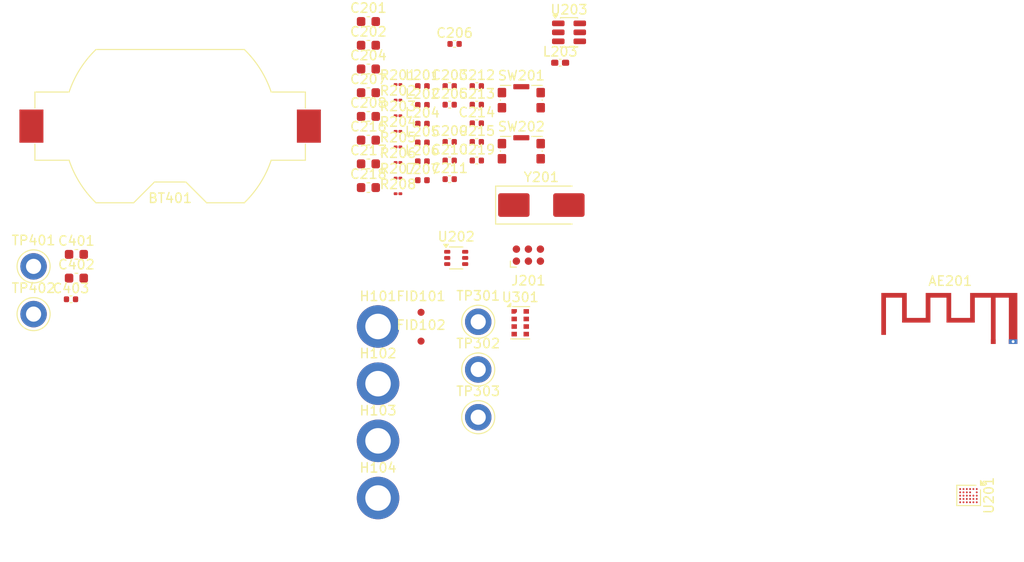
<source format=kicad_pcb>
(kicad_pcb (version 20241229) (generator "pcbnew") (generator_version "9.0")
  (layers (0 "F.Cu" signal) (2 "B.Cu" signal) (13 "F.Paste" user) (15 "B.Paste" user) (5 "F.SilkS" user "F.Silkscreen") (7 "B.SilkS" user "B.Silkscreen") (1 "F.Mask" user) (3 "B.Mask" user) (25 "Edge.Cuts" user))
  (net 0 "")
  (net 1 "/Microcontroller/RF")
  (net 2 "VDD")
  (net 3 "GND")
  (net 4 "VDD_RFL")
  (net 5 "/Microcontroller/BTN1")
  (net 6 "/Microcontroller/BTN2")
  (net 7 "Net-(U201-CFLYL)")
  (net 8 "Net-(U201-CFLYH)")
  (net 9 "/Microcontroller/DECD")
  (net 10 "Net-(U201-DECRF)")
  (net 11 "Net-(C212-Pad1)")
  (net 12 "Net-(C214-Pad1)")
  (net 13 "VDD_PPH")
  (net 14 "/Microcontroller/DECB")
  (net 15 "/Microcontroller/SWCLK")
  (net 16 "/Microcontroller/NRST")
  (net 17 "/Microcontroller/SWO")
  (net 18 "/Microcontroller/SWDIO")
  (net 19 "/Microcontroller/DECA")
  (net 20 "/Microcontroller/DCC")
  (net 21 "/Microcontroller/ANT")
  (net 22 "Net-(R201-Pad2)")
  (net 23 "TWI_SCL")
  (net 24 "Net-(R204-Pad2)")
  (net 25 "TWI_SDA")
  (net 26 "AS73_INT")
  (net 27 "/Microcontroller/PPH_EN")
  (net 28 "Net-(U201-XC2)")
  (net 29 "/Microcontroller/SPIM_CS")
  (net 30 "/Microcontroller/SPIM_MISO")
  (net 31 "/Microcontroller/SPIM_MOSI")
  (net 32 "Net-(U201-XC1)")
  (net 34 "/Microcontroller/SPIM_SCK")
  (footprint "Capacitor_SMD:C_0402_1005Metric" (layer "F.Cu") (at 23.91 49.02)
    (property "Reference" "C403" (at 0 -1.16 0) (layer "F.SilkS"))
    (property "Value" "100nF 25V")
    (fp_line (start -0.107836 -0.36) (end 0.107836 -0.36) (stroke (width 0.12)) (layer "F.SilkS"))
    (fp_line (start -0.107836 0.36) (end 0.107836 0.36) (stroke (width 0.12)) (layer "F.SilkS"))
    (pad "1" smd roundrect (at -0.48 0) (size 0.56 0.62) (layers "F.Cu" "F.Mask" "F.Paste") (net 2 "VDD"))
    (pad "2" smd roundrect (at 0.48 0) (size 0.56 0.62) (layers "F.Cu" "F.Mask" "F.Paste") (net 3 "GND"))
  )
  (footprint "Inductor_SMD:L_0402_1005Metric" (layer "F.Cu") (at 61.09 26.47)
    (property "Reference" "L201" (at 0 -1.17 0) (layer "F.SilkS"))
    (property "Value" "L_Ferrite")
    (pad "1" smd roundrect (at -0.485 0) (size 0.59 0.64) (layers "F.Cu" "F.Mask" "F.Paste") (net 2 "VDD"))
    (pad "2" smd roundrect (at 0.485 0) (size 0.59 0.64) (layers "F.Cu" "F.Mask" "F.Paste") (net 4 "VDD_RFL"))
  )
  (footprint "Resistor_SMD:R_01005_0402Metric" (layer "F.Cu") (at 58.51 27.95)
    (property "Reference" "R202" (at 0 -1 0) (layer "F.SilkS"))
    (property "Value" "10R")
    (pad "1" smd roundrect (at -0.25 0) (size 0.4 0.3) (layers "F.Cu" "F.Mask") (net 22 "Net-(R201-Pad2)"))
    (pad "2" smd roundrect (at 0.25 0) (size 0.4 0.3) (layers "F.Cu" "F.Mask") (net 5 "/Microcontroller/BTN1"))
  )
  (footprint "Capacitor_SMD:C_0603_1608Metric" (layer "F.Cu") (at 55.38 32.18)
    (property "Reference" "C216" (at 0 -1.43 0) (layer "F.SilkS"))
    (property "Value" "10uF 25V")
    (fp_line (start -0.14058 -0.51) (end 0.14058 -0.51) (stroke (width 0.12)) (layer "F.SilkS"))
    (fp_line (start -0.14058 0.51) (end 0.14058 0.51) (stroke (width 0.12)) (layer "F.SilkS"))
    (pad "1" smd roundrect (at -0.775 0) (size 0.9 0.95) (layers "F.Cu" "F.Mask" "F.Paste") (net 13 "VDD_PPH"))
    (pad "2" smd roundrect (at 0.775 0) (size 0.9 0.95) (layers "F.Cu" "F.Mask" "F.Paste") (net 3 "GND"))
  )
  (footprint "Capacitor_SMD:C_0402_1005Metric" (layer "F.Cu") (at 66.85 34.34)
    (property "Reference" "C219" (at 0 -1.16 0) (layer "F.SilkS"))
    (property "Value" "100nF 25V")
    (fp_line (start -0.107836 -0.36) (end 0.107836 -0.36) (stroke (width 0.12)) (layer "F.SilkS"))
    (fp_line (start -0.107836 0.36) (end 0.107836 0.36) (stroke (width 0.12)) (layer "F.SilkS"))
    (pad "1" smd roundrect (at -0.48 0) (size 0.56 0.62) (layers "F.Cu" "F.Mask" "F.Paste") (net 14 "/Microcontroller/DECB"))
    (pad "2" smd roundrect (at 0.48 0) (size 0.56 0.62) (layers "F.Cu" "F.Mask" "F.Paste") (net 3 "GND"))
  )
  (footprint "Inductor_SMD:L_0402_1005Metric" (layer "F.Cu") (at 61.09 32.44)
    (property "Reference" "L205" (at 0 -1.17 0) (layer "F.SilkS"))
    (property "Value" "L_Ferrite")
    (pad "1" smd roundrect (at -0.485 0) (size 0.59 0.64) (layers "F.Cu" "F.Mask" "F.Paste") (net 10 "Net-(U201-DECRF)"))
    (pad "2" smd roundrect (at 0.485 0) (size 0.59 0.64) (layers "F.Cu" "F.Mask" "F.Paste") (net 9 "/Microcontroller/DECD"))
  )
  (footprint "Capacitor_SMD:C_0603_1608Metric" (layer "F.Cu") (at 55.38 37.2)
    (property "Reference" "C218" (at 0 -1.43 0) (layer "F.SilkS"))
    (property "Value" "10uF 25V")
    (fp_line (start -0.14058 -0.51) (end 0.14058 -0.51) (stroke (width 0.12)) (layer "F.SilkS"))
    (fp_line (start -0.14058 0.51) (end 0.14058 0.51) (stroke (width 0.12)) (layer "F.SilkS"))
    (pad "1" smd roundrect (at -0.775 0) (size 0.9 0.95) (layers "F.Cu" "F.Mask" "F.Paste") (net 14 "/Microcontroller/DECB"))
    (pad "2" smd roundrect (at 0.775 0) (size 0.9 0.95) (layers "F.Cu" "F.Mask" "F.Paste") (net 3 "GND"))
  )
  (footprint "MountingHole:MountingHole_2.7mm_M2.5_ISO14580_Pad_TopBottom" (layer "F.Cu") (at 56.4 51.9)
    (property "Reference" "H101" (at 0 -3.2 0) (layer "F.SilkS"))
    (property "Value" "MountingHole_Pad")
    (pad "1" thru_hole circle (at 0 0) (size 3.1 3.1) (drill 2.7) (layers "*.Cu" "*.Mask") (net 3 "GND"))
    (pad "1" connect circle (at 0 0) (size 4.5 4.5) (layers "F.Cu" "F.Mask") (net 3 "GND"))
    (pad "1" connect circle (at 0 0) (size 4.5 4.5) (layers "B.Cu" "B.Mask") (net 3 "GND"))
  )
  (footprint "Resistor_SMD:R_01005_0402Metric" (layer "F.Cu") (at 58.51 26.3)
    (property "Reference" "R201" (at 0 -1 0) (layer "F.SilkS"))
    (property "Value" "100k")
    (pad "1" smd roundrect (at -0.25 0) (size 0.4 0.3) (layers "F.Cu" "F.Mask") (net 2 "VDD"))
    (pad "2" smd roundrect (at 0.25 0) (size 0.4 0.3) (layers "F.Cu" "F.Mask") (net 22 "Net-(R201-Pad2)"))
  )
  (footprint "Package_LGA:AMS_OLGA-8_2x3.1mm_P0.8mm" (layer "F.Cu") (at 71.445 51.505)
    (property "Reference" "U301" (at 0 -2.7 0) (layer "F.SilkS"))
    (property "Value" "AS7341DLG")
    (fp_line (start -1 1.71) (end 1 1.71) (stroke (width 0.12)) (layer "F.SilkS"))
    (fp_line (start -0.8 -1.71) (end 1 -1.71) (stroke (width 0.12)) (layer "F.SilkS"))
    (fp_poly (pts (xy -1 -1.71) (xy -1.36 -1.71) (xy -1 -2.07) (xy -1 -1.71)) (stroke (width 0.12)) (fill yes) (layer "F.SilkS"))
    (pad "1" smd roundrect (at -0.638 -1.2) (size 0.575 0.488) (layers "F.Cu" "F.Mask" "F.Paste") (roundrect_rratio 0) (chamfer_ratio 0.3625) (chamfer bottom_right) (net 13 "VDD_PPH"))
    (pad "2" smd rect (at -0.638 -0.4) (size 0.575 0.488) (layers "F.Cu" "F.Mask" "F.Paste") (net 23 "TWI_SCL"))
    (pad "3" smd rect (at -0.638 0.4) (size 0.575 0.488) (layers "F.Cu" "F.Mask" "F.Paste") (net 3 "GND"))
    (pad "4" smd rect (at -0.638 1.2) (size 0.575 0.488) (layers "F.Cu" "F.Mask" "F.Paste"))
    (pad "5" smd rect (at 0.638 1.2) (size 0.575 0.488) (layers "F.Cu" "F.Mask" "F.Paste") (net 3 "GND"))
    (pad "6" smd rect (at 0.638 0.4) (size 0.575 0.488) (layers "F.Cu" "F.Mask" "F.Paste"))
    (pad "7" smd rect (at 0.638 -0.4) (size 0.575 0.488) (layers "F.Cu" "F.Mask" "F.Paste") (net 26 "AS73_INT"))
    (pad "8" smd rect (at 0.638 -1.2) (size 0.575 0.488) (layers "F.Cu" "F.Mask" "F.Paste") (net 25 "TWI_SDA"))
  )
  (footprint "Capacitor_SMD:C_0402_1005Metric" (layer "F.Cu") (at 63.98 26.46)
    (property "Reference" "C203" (at 0 -1.16 0) (layer "F.SilkS"))
    (property "Value" "100nF 50V")
    (fp_line (start -0.107836 -0.36) (end 0.107836 -0.36) (stroke (width 0.12)) (layer "F.SilkS"))
    (fp_line (start -0.107836 0.36) (end 0.107836 0.36) (stroke (width 0.12)) (layer "F.SilkS"))
    (pad "1" smd roundrect (at -0.48 0) (size 0.56 0.62) (layers "F.Cu" "F.Mask" "F.Paste") (net 5 "/Microcontroller/BTN1"))
    (pad "2" smd roundrect (at 0.48 0) (size 0.56 0.62) (layers "F.Cu" "F.Mask" "F.Paste") (net 3 "GND"))
  )
  (footprint "Capacitor_SMD:C_0402_1005Metric" (layer "F.Cu") (at 66.85 32.37)
    (property "Reference" "C215" (at 0 -1.16 0) (layer "F.SilkS"))
    (property "Value" "2.2uF 25V")
    (fp_line (start -0.107836 -0.36) (end 0.107836 -0.36) (stroke (width 0.12)) (layer "F.SilkS"))
    (fp_line (start -0.107836 0.36) (end 0.107836 0.36) (stroke (width 0.12)) (layer "F.SilkS"))
    (pad "1" smd roundrect (at -0.48 0) (size 0.56 0.62) (layers "F.Cu" "F.Mask" "F.Paste") (net 9 "/Microcontroller/DECD"))
    (pad "2" smd roundrect (at 0.48 0) (size 0.56 0.62) (layers "F.Cu" "F.Mask" "F.Paste") (net 3 "GND"))
  )
  (footprint "Package_TO_SOT_SMD:SOT-363_SC-70-6" (layer "F.Cu") (at 64.67 44.645)
    (property "Reference" "U202" (at 0 -2.25 0) (layer "F.SilkS"))
    (property "Value" "SiP32431DR3")
    (fp_line (start -0.71 -1.16) (end 0.7 -1.16) (stroke (width 0.12)) (layer "F.SilkS"))
    (fp_line (start -0.7 1.16) (end 0.7 1.16) (stroke (width 0.12)) (layer "F.SilkS"))
    (fp_poly (pts (xy -1.08 -1.11) (xy -1.32 -1.44) (xy -0.84 -1.44) (xy -1.08 -1.11)) (stroke (width 0.12)) (fill yes) (layer "F.SilkS"))
    (pad "1" smd roundrect (at -0.95 -0.65) (size 0.65 0.4) (layers "F.Cu" "F.Mask" "F.Paste") (net 13 "VDD_PPH"))
    (pad "2" smd roundrect (at -0.95 0) (size 0.65 0.4) (layers "F.Cu" "F.Mask" "F.Paste") (net 3 "GND"))
    (pad "3" smd roundrect (at -0.95 0.65) (size 0.65 0.4) (layers "F.Cu" "F.Mask" "F.Paste") (net 27 "/Microcontroller/PPH_EN"))
    (pad "4" smd roundrect (at 0.95 0.65) (size 0.65 0.4) (layers "F.Cu" "F.Mask" "F.Paste") (net 2 "VDD"))
    (pad "5" smd roundrect (at 0.95 0) (size 0.65 0.4) (layers "F.Cu" "F.Mask" "F.Paste") (net 3 "GND"))
    (pad "6" smd roundrect (at 0.95 -0.65) (size 0.65 0.4) (layers "F.Cu" "F.Mask" "F.Paste"))
  )
  (footprint "Resistor_SMD:R_01005_0402Metric" (layer "F.Cu") (at 58.51 32.9)
    (property "Reference" "R205" (at 0 -1 0) (layer "F.SilkS"))
    (property "Value" "4.7k 1/16W")
    (pad "1" smd roundrect (at -0.25 0) (size 0.4 0.3) (layers "F.Cu" "F.Mask") (net 13 "VDD_PPH"))
    (pad "2" smd roundrect (at 0.25 0) (size 0.4 0.3) (layers "F.Cu" "F.Mask") (net 25 "TWI_SDA"))
  )
  (footprint "Inductor_SMD:L_0402_1005Metric_Pad0.77x0.64mm_HandSolder" (layer "F.Cu") (at 75.67 23.99)
    (property "Reference" "L203" (at 0 -1.17 0) (layer "F.SilkS"))
    (property "Value" "4.7uH")
    (fp_line (start -0.1002 -0.36) (end 0.1002 -0.36) (stroke (width 0.12)) (layer "F.SilkS"))
    (fp_line (start -0.1002 0.36) (end 0.1002 0.36) (stroke (width 0.12)) (layer "F.SilkS"))
    (pad "1" smd roundrect (at -0.5725 0) (size 0.765 0.64) (layers "F.Cu" "F.Mask" "F.Paste") (net 20 "/Microcontroller/DCC"))
    (pad "2" smd roundrect (at 0.5725 0) (size 0.765 0.64) (layers "F.Cu" "F.Mask" "F.Paste") (net 9 "/Microcontroller/DECD"))
  )
  (footprint "Capacitor_SMD:C_0402_1005Metric" (layer "F.Cu") (at 66.85 26.46)
    (property "Reference" "C212" (at 0 -1.16 0) (layer "F.SilkS"))
    (property "Value" "1.2pF 25V")
    (fp_line (start -0.107836 -0.36) (end 0.107836 -0.36) (stroke (width 0.12)) (layer "F.SilkS"))
    (fp_line (start -0.107836 0.36) (end 0.107836 0.36) (stroke (width 0.12)) (layer "F.SilkS"))
    (pad "1" smd roundrect (at -0.48 0) (size 0.56 0.62) (layers "F.Cu" "F.Mask" "F.Paste") (net 11 "Net-(C212-Pad1)"))
    (pad "2" smd roundrect (at 0.48 0) (size 0.56 0.62) (layers "F.Cu" "F.Mask" "F.Paste") (net 3 "GND"))
  )
  (footprint "MountingHole:MountingHole_2.7mm_M2.5_ISO14580_Pad_TopBottom" (layer "F.Cu") (at 56.4 57.95)
    (property "Reference" "H102" (at 0 -3.2 0) (layer "F.SilkS"))
    (property "Value" "MountingHole_Pad")
    (pad "1" thru_hole circle (at 0 0) (size 3.1 3.1) (drill 2.7) (layers "*.Cu" "*.Mask") (net 3 "GND"))
    (pad "1" connect circle (at 0 0) (size 4.5 4.5) (layers "F.Cu" "F.Mask") (net 3 "GND"))
    (pad "1" connect circle (at 0 0) (size 4.5 4.5) (layers "B.Cu" "B.Mask") (net 3 "GND"))
  )
  (footprint "Crystal:Crystal_SMD_0603-2Pin_6.0x3.5mm_HandSoldering" (layer "F.Cu") (at 73.68 39.05)
    (property "Reference" "Y201" (at 0 -2.95 0) (layer "F.SilkS"))
    (property "Value" "Crystal")
    (fp_line (start -4.835 -2.01) (end -4.835 2.01) (stroke (width 0.12)) (layer "F.SilkS"))
    (fp_line (start -4.835 2.01) (end 3.26 2.01) (stroke (width 0.12)) (layer "F.SilkS"))
    (fp_line (start 3.26 -2.01) (end -4.835 -2.01) (stroke (width 0.12)) (layer "F.SilkS"))
    (pad "1" smd roundrect (at -2.9125 0) (size 3.325 2.5) (layers "F.Cu" "F.Mask" "F.Paste") (roundrect_rratio 0.1) (net 28 "Net-(U201-XC2)"))
    (pad "2" smd roundrect (at 2.9125 0) (size 3.325 2.5) (layers "F.Cu" "F.Mask" "F.Paste") (roundrect_rratio 0.1) (net 32 "Net-(U201-XC1)"))
  )
  (footprint "Button_Switch_SMD:SW_SPST_CK_KMS2xxGP" (layer "F.Cu") (at 71.56 33.35)
    (property "Reference" "SW202" (at 0 -2.6 0) (layer "F.SilkS"))
    (property "Value" "CK_KMS2xxG")
    (fp_line (start -2.21 -1.56) (end -1.11 -1.56) (stroke (width 0.12)) (layer "F.SilkS"))
    (fp_line (start -2.21 -0.04) (end -2.21 0.04) (stroke (width 0.12)) (layer "F.SilkS"))
    (fp_line (start 1.11 -1.56) (end 2.21 -1.56) (stroke (width 0.12)) (layer "F.SilkS"))
    (fp_line (start 2.21 -0.04) (end 2.21 0.04) (stroke (width 0.12)) (layer "F.SilkS"))
    (pad "" np_thru_hole circle (at -0.975 0.75) (size 0.9 0.9) (drill 0.9) (layers "*.Cu" "*.Mask"))
    (pad "" np_thru_hole circle (at 0.975 0.75) (size 0.9 0.9) (drill 0.9) (layers "*.Cu" "*.Mask"))
    (pad "1" smd roundrect (at -2.05 -0.8) (size 0.9 1) (layers "F.Cu" "F.Mask" "F.Paste") (roundrect_rratio 0.15) (net 24 "Net-(R204-Pad2)"))
    (pad "1" smd roundrect (at 2.05 -0.8) (size 0.9 1) (layers "F.Cu" "F.Mask" "F.Paste") (roundrect_rratio 0.15) (net 24 "Net-(R204-Pad2)"))
    (pad "2" smd roundrect (at -2.05 0.8) (size 0.9 1) (layers "F.Cu" "F.Mask" "F.Paste") (roundrect_rratio 0.15) (net 3 "GND"))
    (pad "2" smd roundrect (at 2.05 0.8) (size 0.9 1) (layers "F.Cu" "F.Mask" "F.Paste") (roundrect_rratio 0.15) (net 3 "GND"))
    (pad "SH" smd roundrect (at 0 -1.425) (size 1.7 0.55) (layers "F.Cu" "F.Mask" "F.Paste") (roundrect_rratio 0.15) (net 3 "GND"))
  )
  (footprint "Capacitor_SMD:C_0402_1005Metric" (layer "F.Cu") (at 66.85 30.4)
    (property "Reference" "C214" (at 0 -1.16 0) (layer "F.SilkS"))
    (property "Value" "0.8pF 25V")
    (fp_line (start -0.107836 -0.36) (end 0.107836 -0.36) (stroke (width 0.12)) (layer "F.SilkS"))
    (fp_line (start -0.107836 0.36) (end 0.107836 0.36) (stroke (width 0.12)) (layer "F.SilkS"))
    (pad "1" smd roundrect (at -0.48 0) (size 0.56 0.62) (layers "F.Cu" "F.Mask" "F.Paste") (net 12 "Net-(C214-Pad1)"))
    (pad "2" smd roundrect (at 0.48 0) (size 0.56 0.62) (layers "F.Cu" "F.Mask" "F.Paste") (net 3 "GND"))
  )
  (footprint "Capacitor_SMD:C_0603_1608Metric" (layer "F.Cu") (at 55.38 22.14)
    (property "Reference" "C202" (at 0 -1.43 0) (layer "F.SilkS"))
    (property "Value" "1uF 25V")
    (fp_line (start -0.14058 -0.51) (end 0.14058 -0.51) (stroke (width 0.12)) (layer "F.SilkS"))
    (fp_line (start -0.14058 0.51) (end 0.14058 0.51) (stroke (width 0.12)) (layer "F.SilkS"))
    (pad "1" smd roundrect (at -0.775 0) (size 0.9 0.95) (layers "F.Cu" "F.Mask" "F.Paste") (net 4 "VDD_RFL"))
    (pad "2" smd roundrect (at 0.775 0) (size 0.9 0.95) (layers "F.Cu" "F.Mask" "F.Paste") (net 3 "GND"))
  )
  (footprint "MountingHole:MountingHole_2.7mm_M2.5_ISO14580_Pad_TopBottom" (layer "F.Cu") (at 56.4 64)
    (property "Reference" "H103" (at 0 -3.2 0) (layer "F.SilkS"))
    (property "Value" "MountingHole_Pad")
    (pad "1" thru_hole circle (at 0 0) (size 3.1 3.1) (drill 2.7) (layers "*.Cu" "*.Mask") (net 3 "GND"))
    (pad "1" connect circle (at 0 0) (size 4.5 4.5) (layers "F.Cu" "F.Mask") (net 3 "GND"))
    (pad "1" connect circle (at 0 0) (size 4.5 4.5) (layers "B.Cu" "B.Mask") (net 3 "GND"))
  )
  (footprint "Capacitor_SMD:C_0603_1608Metric" (layer "F.Cu") (at 55.38 24.65)
    (property "Reference" "C204" (at 0 -1.43 0) (layer "F.SilkS"))
    (property "Value" "10uF 25V")
    (fp_line (start -0.14058 -0.51) (end 0.14058 -0.51) (stroke (width 0.12)) (layer "F.SilkS"))
    (fp_line (start -0.14058 0.51) (end 0.14058 0.51) (stroke (width 0.12)) (layer "F.SilkS"))
    (pad "1" smd roundrect (at -0.775 0) (size 0.9 0.95) (layers "F.Cu" "F.Mask" "F.Paste") (net 4 "VDD_RFL"))
    (pad "2" smd roundrect (at 0.775 0) (size 0.9 0.95) (layers "F.Cu" "F.Mask" "F.Paste") (net 3 "GND"))
  )
  (footprint "Connector:Tag-Connect_TC2030-IDC-NL_2x03_P1.27mm_Vertical" (layer "F.Cu") (at 72.31 44.35)
    (property "Reference" "J201" (at 0 2.7 0) (layer "F.SilkS"))
    (property "Value" "TC2030")
    (fp_line (start -1.905 1.27) (end -1.905 0.635) (stroke (width 0.12)) (layer "F.SilkS"))
    (fp_line (start -1.27 1.27) (end -1.905 1.27) (stroke (width 0.12)) (layer "F.SilkS"))
    (pad "" np_thru_hole circle (at -2.54 0) (size 0.9906 0.9906) (drill 0.9906) (layers "*.Cu" "*.Mask"))
    (pad "" np_thru_hole circle (at 2.54 -1.016) (size 0.9906 0.9906) (drill 0.9906) (layers "*.Cu" "*.Mask"))
    (pad "" np_thru_hole circle (at 2.54 1.016) (size 0.9906 0.9906) (drill 0.9906) (layers "*.Cu" "*.Mask"))
    (pad "1" connect circle (at -1.27 0.635) (size 0.7874 0.7874) (layers "F.Cu" "F.Mask") (net 2 "VDD"))
    (pad "2" connect circle (at -1.27 -0.635) (size 0.7874 0.7874) (layers "F.Cu" "F.Mask") (net 18 "/Microcontroller/SWDIO"))
    (pad "3" connect circle (at 0 0.635) (size 0.7874 0.7874) (layers "F.Cu" "F.Mask") (net 16 "/Microcontroller/NRST"))
    (pad "4" connect circle (at 0 -0.635) (size 0.7874 0.7874) (layers "F.Cu" "F.Mask") (net 15 "/Microcontroller/SWCLK"))
    (pad "5" connect circle (at 1.27 0.635) (size 0.7874 0.7874) (layers "F.Cu" "F.Mask") (net 3 "GND"))
    (pad "6" connect circle (at 1.27 -0.635) (size 0.7874 0.7874) (layers "F.Cu" "F.Mask") (net 17 "/Microcontroller/SWO"))
  )
  (footprint "Capacitor_SMD:C_0402_1005Metric" (layer "F.Cu") (at 66.85 28.43)
    (property "Reference" "C213" (at 0 -1.16 0) (layer "F.SilkS"))
    (property "Value" "2.2uF 25V")
    (fp_line (start -0.107836 -0.36) (end 0.107836 -0.36) (stroke (width 0.12)) (layer "F.SilkS"))
    (fp_line (start -0.107836 0.36) (end 0.107836 0.36) (stroke (width 0.12)) (layer "F.SilkS"))
    (pad "1" smd roundrect (at -0.48 0) (size 0.56 0.62) (layers "F.Cu" "F.Mask" "F.Paste") (net 9 "/Microcontroller/DECD"))
    (pad "2" smd roundrect (at 0.48 0) (size 0.56 0.62) (layers "F.Cu" "F.Mask" "F.Paste") (net 3 "GND"))
  )
  (footprint "PCM_nordic-lib-kicad-nrf54l:Nordic_CSP-29_1.9268x2.2893mm_Layout5x6_P0.35mm_Offcenter" (layer "F.Cu") (at 118.8935 69.7765 -90)
    (property "Reference" "U201" (at 0 -2.14465 90) (layer "F.SilkS"))
    (property "Value" "nRF54LV10A-CAAA")
    (fp_line (start -1.0734 1.25465) (end -1.0734 -0.77295) (stroke (width 0.12)) (layer "F.SilkS"))
    (fp_line (start 1.0734 1.25465) (end -1.0734 1.25465) (stroke (width 0.12)) (layer "F.SilkS"))
    (fp_line (start -0.5917 -1.25465) (end 1.0734 -1.25465) (stroke (width 0.12)) (layer "F.SilkS"))
    (fp_line (start 1.0734 -1.25465) (end 1.0734 1.25465) (stroke (width 0.12)) (layer "F.SilkS"))
    (fp_poly (pts (xy -1.0734 -1.25465) (xy -1.5734 -1.25465) (xy -1.0734 -1.75465)) (stroke (width 0.12)) (fill yes) (layer "F.SilkS"))
    (pad "A1" smd circle (at -0.6765 -0.8565 270) (size 0.2 0.2) (property pad_prop_bga) (layers "F.Cu" "F.Mask" "F.Paste") (net 10 "Net-(U201-DECRF)"))
    (pad "A2" smd circle (at -0.3265 -0.8565 270) (size 0.2 0.2) (property pad_prop_bga) (layers "F.Cu" "F.Mask" "F.Paste") (net 32 "Net-(U201-XC1)"))
    (pad "A3" smd circle (at 0.0235 -0.8565 270) (size 0.2 0.2) (property pad_prop_bga) (layers "F.Cu" "F.Mask" "F.Paste") (net 28 "Net-(U201-XC2)"))
    (pad "A4" smd circle (at 0.3735 -0.8565 270) (size 0.2 0.2) (property pad_prop_bga) (layers "F.Cu" "F.Mask" "F.Paste") (net 34 "/Microcontroller/SPIM_SCK"))
    (pad "A5" smd circle (at 0.7235 -0.8565 270) (size 0.2 0.2) (property pad_prop_bga) (layers "F.Cu" "F.Mask" "F.Paste") (net 26 "AS73_INT"))
    (pad "B1" smd circle (at -0.6765 -0.5065 270) (size 0.2 0.2) (property pad_prop_bga) (layers "F.Cu" "F.Mask" "F.Paste") (net 21 "/Microcontroller/ANT"))
    (pad "B3" smd circle (at 0.0235 -0.5065 270) (size 0.2 0.2) (property pad_prop_bga) (layers "F.Cu" "F.Mask" "F.Paste") (net 29 "/Microcontroller/SPIM_CS"))
    (pad "B4" smd circle (at 0.3735 -0.5065 270) (size 0.2 0.2) (property pad_prop_bga) (layers "F.Cu" "F.Mask" "F.Paste") (net 31 "/Microcontroller/SPIM_MOSI"))
    (pad "B5" smd circle (at 0.7235 -0.5065 270) (size 0.2 0.2) (property pad_prop_bga) (layers "F.Cu" "F.Mask" "F.Paste") (net 30 "/Microcontroller/SPIM_MISO"))
    (pad "C1" smd circle (at -0.6765 -0.1565 270) (size 0.2 0.2) (property pad_prop_bga) (layers "F.Cu" "F.Mask" "F.Paste") (net 3 "GND"))
    (pad "C2" smd circle (at -0.3265 -0.1565 270) (size 0.2 0.2) (property pad_prop_bga) (layers "F.Cu" "F.Mask" "F.Paste") (net 16 "/Microcontroller/NRST"))
    (pad "C3" smd circle (at 0.0235 -0.1565 270) (size 0.2 0.2) (property pad_prop_bga) (layers "F.Cu" "F.Mask" "F.Paste") (net 5 "/Microcontroller/BTN1"))
    (pad "C4" smd circle (at 0.3735 -0.1565 270) (size 0.2 0.2) (property pad_prop_bga) (layers "F.Cu" "F.Mask" "F.Paste") (net 6 "/Microcontroller/BTN2"))
    (pad "C5" smd circle (at 0.7235 -0.1565 270) (size 0.2 0.2) (property pad_prop_bga) (layers "F.Cu" "F.Mask" "F.Paste"))
    (pad "D1" smd circle (at -0.6765 0.1935 270) (size 0.2 0.2) (property pad_prop_bga) (layers "F.Cu" "F.Mask" "F.Paste") (net 3 "GND"))
    (pad "D2" smd circle (at -0.3265 0.1935 270) (size 0.2 0.2) (property pad_prop_bga) (layers "F.Cu" "F.Mask" "F.Paste") (net 15 "/Microcontroller/SWCLK"))
    (pad "D3" smd circle (at 0.0235 0.1935 270) (size 0.2 0.2) (property pad_prop_bga) (layers "F.Cu" "F.Mask" "F.Paste") (net 27 "/Microcontroller/PPH_EN"))
    (pad "D4" smd circle (at 0.3735 0.1935 270) (size 0.2 0.2) (property pad_prop_bga) (layers "F.Cu" "F.Mask" "F.Paste") (net 17 "/Microcontroller/SWO"))
    (pad "D5" smd circle (at 0.7235 0.1935 270) (size 0.2 0.2) (property pad_prop_bga) (layers "F.Cu" "F.Mask" "F.Paste") (net 19 "/Microcontroller/DECA"))
    (pad "E1" smd circle (at -0.6765 0.5435 270) (size 0.2 0.2) (property pad_prop_bga) (layers "F.Cu" "F.Mask" "F.Paste") (net 14 "/Microcontroller/DECB"))
    (pad "E2" smd circle (at -0.3265 0.5435 270) (size 0.2 0.2) (property pad_prop_bga) (layers "F.Cu" "F.Mask" "F.Paste") (net 18 "/Microcontroller/SWDIO"))
    (pad "E3" smd circle (at 0.0235 0.5435 270) (size 0.2 0.2) (property pad_prop_bga) (layers "F.Cu" "F.Mask" "F.Paste") (net 25 "TWI_SDA"))
    (pad "E4" smd circle (at 0.3735 0.5435 270) (size 0.2 0.2) (property pad_prop_bga) (layers "F.Cu" "F.Mask" "F.Paste") (net 23 "TWI_SCL"))
    (pad "E5" smd circle (at 0.7235 0.5435 270) (size 0.2 0.2) (property pad_prop_bga) (layers "F.Cu" "F.Mask" "F.Paste") (net 9 "/Microcontroller/DECD"))
    (pad "F1" smd circle (at -0.6765 0.8935 270) (size 0.2 0.2) (property pad_prop_bga) (layers "F.Cu" "F.Mask" "F.Paste") (net 8 "Net-(U201-CFLYH)"))
    (pad "F2" smd circle (at -0.3265 0.8935 270) (size 0.2 0.2) (property pad_prop_bga) (layers "F.Cu" "F.Mask" "F.Paste") (net 7 "Net-(U201-CFLYL)"))
    (pad "F3" smd circle (at 0.0235 0.8935 270) (size 0.2 0.2) (property pad_prop_bga) (layers "F.Cu" "F.Mask" "F.Paste") (net 4 "VDD_RFL"))
    (pad "F4" smd circle (at 0.3735 0.8935 270) (size 0.2 0.2) (property pad_prop_bga) (layers "F.Cu" "F.Mask" "F.Paste") (net 3 "GND"))
    (pad "F5" smd circle (at 0.7235 0.8935 270) (size 0.2 0.2) (property pad_prop_bga) (layers "F.Cu" "F.Mask" "F.Paste") (net 20 "/Microcontroller/DCC"))
  )
  (footprint "Capacitor_SMD:C_0603_1608Metric" (layer "F.Cu") (at 24.48 44.27)
    (property "Reference" "C401" (at 0 -1.43 0) (layer "F.SilkS"))
    (property "Value" "10uF 25V")
    (fp_line (start -0.14058 -0.51) (end 0.14058 -0.51) (stroke (width 0.12)) (layer "F.SilkS"))
    (fp_line (start -0.14058 0.51) (end 0.14058 0.51) (stroke (width 0.12)) (layer "F.SilkS"))
    (pad "1" smd roundrect (at -0.775 0) (size 0.9 0.95) (layers "F.Cu" "F.Mask" "F.Paste") (net 2 "VDD"))
    (pad "2" smd roundrect (at 0.775 0) (size 0.9 0.95) (layers "F.Cu" "F.Mask" "F.Paste") (net 3 "GND"))
  )
  (footprint "Resistor_SMD:R_01005_0402Metric" (layer "F.Cu") (at 58.51 29.6)
    (property "Reference" "R203" (at 0 -1 0) (layer "F.SilkS"))
    (property "Value" "4.7k 1/16W")
    (pad "1" smd roundrect (at -0.25 0) (size 0.4 0.3) (layers "F.Cu" "F.Mask") (net 13 "VDD_PPH"))
    (pad "2" smd roundrect (at 0.25 0) (size 0.4 0.3) (layers "F.Cu" "F.Mask") (net 23 "TWI_SCL"))
  )
  (footprint "TestPoint:TestPoint_Keystone_5005-5009_Compact" (layer "F.Cu") (at 19.95 50.59)
    (property "Reference" "TP402" (at 0 -2.75 0) (layer "F.SilkS"))
    (property "Value" "TestPoint")
    (fp_circle (center 0 0) (end 1.75 0) (stroke (width 0.12)) (fill no) (layer "F.SilkS"))
    (pad "1" thru_hole circle (at 0 0) (size 2.8 2.8) (drill 1.6) (layers "*.Cu" "*.Mask") (net 3 "GND"))
  )
  (footprint "Fiducial:Fiducial_0.75mm_Mask1.5mm" (layer "F.Cu") (at 60.95 50.4)
    (property "Reference" "FID101" (at 0 -1.7 0) (layer "F.SilkS"))
    (property "Value" "Fiducial")
    (pad "" smd circle (at 0 0) (size 0.75 0.75) (layers "F.Cu" "F.Mask") (clearance 0.475))
  )
  (footprint "Fiducial:Fiducial_0.75mm_Mask1.5mm" (layer "F.Cu") (at 60.95 53.45)
    (property "Reference" "FID102" (at 0 -1.7 0) (layer "F.SilkS"))
    (property "Value" "Fiducial")
    (pad "" smd circle (at 0 0) (size 0.75 0.75) (layers "F.Cu" "F.Mask") (clearance 0.475))
  )
  (footprint "Capacitor_SMD:C_0603_1608Metric" (layer "F.Cu") (at 55.38 27.16)
    (property "Reference" "C207" (at 0 -1.43 0) (layer "F.SilkS"))
    (property "Value" "1uF 25V")
    (fp_line (start -0.14058 -0.51) (end 0.14058 -0.51) (stroke (width 0.12)) (layer "F.SilkS"))
    (fp_line (start -0.14058 0.51) (end 0.14058 0.51) (stroke (width 0.12)) (layer "F.SilkS"))
    (pad "1" smd roundrect (at -0.775 0) (size 0.9 0.95) (layers "F.Cu" "F.Mask" "F.Paste") (net 8 "Net-(U201-CFLYH)"))
    (pad "2" smd roundrect (at 0.775 0) (size 0.9 0.95) (layers "F.Cu" "F.Mask" "F.Paste") (net 7 "Net-(U201-CFLYL)"))
  )
  (footprint "Resistor_SMD:R_01005_0402Metric" (layer "F.Cu") (at 58.51 37.85)
    (property "Reference" "R208" (at 0 -1 0) (layer "F.SilkS"))
    (property "Value" "100k")
    (pad "1" smd roundrect (at -0.25 0) (size 0.4 0.3) (layers "F.Cu" "F.Mask") (net 27 "/Microcontroller/PPH_EN"))
    (pad "2" smd roundrect (at 0.25 0) (size 0.4 0.3) (layers "F.Cu" "F.Mask") (net 3 "GND"))
  )
  (footprint "MountingHole:MountingHole_2.7mm_M2.5_ISO14580_Pad_TopBottom" (layer "F.Cu") (at 56.4 70.05)
    (property "Reference" "H104" (at 0 -3.2 0) (layer "F.SilkS"))
    (property "Value" "MountingHole_Pad")
    (pad "1" thru_hole circle (at 0 0) (size 3.1 3.1) (drill 2.7) (layers "*.Cu" "*.Mask") (net 3 "GND"))
    (pad "1" connect circle (at 0 0) (size 4.5 4.5) (layers "F.Cu" "F.Mask") (net 3 "GND"))
    (pad "1" connect circle (at 0 0) (size 4.5 4.5) (layers "B.Cu" "B.Mask") (net 3 "GND"))
  )
  (footprint "TestPoint:TestPoint_Keystone_5005-5009_Compact" (layer "F.Cu") (at 67 61.5)
    (property "Reference" "TP303" (at 0 -2.75 0) (layer "F.SilkS"))
    (property "Value" "TestPoint")
    (fp_circle (center 0 0) (end 1.75 0) (stroke (width 0.12)) (fill no) (layer "F.SilkS"))
    (pad "1" thru_hole circle (at 0 0) (size 2.8 2.8) (drill 1.6) (layers "*.Cu" "*.Mask") (net 26 "AS73_INT"))
  )
  (footprint "RF_Antenna:Texas_SWRA117D_2.4GHz_Left" (layer "F.Cu") (at 121.5 53.5)
    (property "Reference" "AE201" (at -4.55 -6.41 0) (layer "F.SilkS"))
    (property "Value" "Antenna")
    (fp_poly (pts (xy -2.45 -2.51) (xy -4.45 -2.51) (xy -4.45 -5.15) (xy -7.15 -5.15) (xy -7.15 -2.51) (xy -9.15 -2.51) (xy -9.15 -5.15) (xy -11.85 -5.15) (xy -11.85 -0.71) (xy -11.35 -0.71) (xy -11.35 -4.65) (xy -9.65 -4.65) (xy -9.65 -2.01) (xy -6.65 -2.01) (xy -6.65 -4.65) (xy -4.95 -4.65) (xy -4.95 -2.01) (xy -1.95 -2.01) (xy -1.95 -4.65) (xy -0.25 -4.65) (xy -0.25 0.25) (xy 0.25 0.25) (xy 0.25 -4.65) (xy 1.65 -4.65) (xy 1.65 0.25) (xy 2.55 0.25) (xy 2.55 0.006785) (xy 2.247583 0.006785) (xy 2.237742 0.054395) (xy 2.213674 0.096797) (xy 2.175731 0.129581) (xy 2.167819 0.133935) (xy 2.125156 0.146043) (xy 2.076637 0.1453) (xy 2.031122 0.1324) (xy 2.012511 0.121787) (xy 1.978868 0.086553) (xy 1.958309 0.041368) (xy 1.951778 -0.008158) (xy 1.960218 -0.056417) (xy 1.977112 -0.088643) (xy 2.012372 -0.121313) (xy 2.057682 -0.141408) (xy 2.107267 -0.147982) (xy 2.155353 -0.140092) (xy 2.188245 -0.123186) (xy 2.223185 -0.086416) (xy 2.242847 -0.041622) (xy 2.247583 0.006785) (xy 2.55 0.006785) (xy 2.55 -5.15) (xy -2.45 -5.15) (xy -2.45 -2.51)) (fill yes) (layer "F.Cu"))
    (pad "1" connect rect (at 0 0) (size 0.5 0.5) (layers "F.Cu") (net 1 "/Microcontroller/RF"))
    (pad "2" thru_hole rect (at 2.1 0) (size 0.9 0.5) (drill 0.3) (layers "*.Cu"))
  )
  (footprint "Capacitor_SMD:C_0603_1608Metric" (layer "F.Cu") (at 55.38 34.69)
    (property "Reference" "C217" (at 0 -1.43 0) (layer "F.SilkS"))
    (property "Value" "4.7uF 25V")
    (fp_line (start -0.14058 -0.51) (end 0.14058 -0.51) (stroke (width 0.12)) (layer "F.SilkS"))
    (fp_line (start -0.14058 0.51) (end 0.14058 0.51) (stroke (width 0.12)) (layer "F.SilkS"))
    (pad "1" smd roundrect (at -0.775 0) (size 0.9 0.95) (layers "F.Cu" "F.Mask" "F.Paste") (net 1 "/Microcontroller/RF"))
    (pad "2" smd roundrect (at 0.775 0) (size 0.9 0.95) (layers "F.Cu" "F.Mask" "F.Paste") (net 3 "GND"))
  )
  (footprint "Inductor_SMD:L_0402_1005Metric" (layer "F.Cu") (at 61.09 36.42)
    (property "Reference" "L207" (at 0 -1.17 0) (layer "F.SilkS"))
    (property "Value" "4.3nH")
    (pad "1" smd roundrect (at -0.485 0) (size 0.59 0.64) (layers "F.Cu" "F.Mask" "F.Paste") (net 12 "Net-(C214-Pad1)"))
    (pad "2" smd roundrect (at 0.485 0) (size 0.59 0.64) (layers "F.Cu" "F.Mask" "F.Paste") (net 1 "/Microcontroller/RF"))
  )
  (footprint "Button_Switch_SMD:SW_SPST_CK_KMS2xxGP" (layer "F.Cu") (at 71.56 27.95)
    (property "Reference" "SW201" (at 0 -2.6 0) (layer "F.SilkS"))
    (property "Value" "CK_KMS2xxG")
    (fp_line (start -2.21 -1.56) (end -1.11 -1.56) (stroke (width 0.12)) (layer "F.SilkS"))
    (fp_line (start -2.21 -0.04) (end -2.21 0.04) (stroke (width 0.12)) (layer "F.SilkS"))
    (fp_line (start 1.11 -1.56) (end 2.21 -1.56) (stroke (width 0.12)) (layer "F.SilkS"))
    (fp_line (start 2.21 -0.04) (end 2.21 0.04) (stroke (width 0.12)) (layer "F.SilkS"))
    (pad "" np_thru_hole circle (at -0.975 0.75) (size 0.9 0.9) (drill 0.9) (layers "*.Cu" "*.Mask"))
    (pad "" np_thru_hole circle (at 0.975 0.75) (size 0.9 0.9) (drill 0.9) (layers "*.Cu" "*.Mask"))
    (pad "1" smd roundrect (at -2.05 -0.8) (size 0.9 1) (layers "F.Cu" "F.Mask" "F.Paste") (roundrect_rratio 0.15) (net 22 "Net-(R201-Pad2)"))
    (pad "1" smd roundrect (at 2.05 -0.8) (size 0.9 1) (layers "F.Cu" "F.Mask" "F.Paste") (roundrect_rratio 0.15) (net 22 "Net-(R201-Pad2)"))
    (pad "2" smd roundrect (at -2.05 0.8) (size 0.9 1) (layers "F.Cu" "F.Mask" "F.Paste") (roundrect_rratio 0.15) (net 3 "GND"))
    (pad "2" smd roundrect (at 2.05 0.8) (size 0.9 1) (layers "F.Cu" "F.Mask" "F.Paste") (roundrect_rratio 0.15) (net 3 "GND"))
    (pad "SH" smd roundrect (at 0 -1.425) (size 1.7 0.55) (layers "F.Cu" "F.Mask" "F.Paste") (roundrect_rratio 0.15) (net 3 "GND"))
  )
  (footprint "TestPoint:TestPoint_Keystone_5005-5009_Compact" (layer "F.Cu") (at 19.95 45.54)
    (property "Reference" "TP401" (at 0 -2.75 0) (layer "F.SilkS"))
    (property "Value" "TestPoint")
    (fp_circle (center 0 0) (end 1.75 0) (stroke (width 0.12)) (fill no) (layer "F.SilkS"))
    (pad "1" thru_hole circle (at 0 0) (size 2.8 2.8) (drill 1.6) (layers "*.Cu" "*.Mask") (net 2 "VDD"))
  )
  (footprint "TestPoint:TestPoint_Keystone_5005-5009_Compact" (layer "F.Cu") (at 67 56.45)
    (property "Reference" "TP302" (at 0 -2.75 0) (layer "F.SilkS"))
    (property "Value" "TestPoint")
    (fp_circle (center 0 0) (end 1.75 0) (stroke (width 0.12)) (fill no) (layer "F.SilkS"))
    (pad "1" thru_hole circle (at 0 0) (size 2.8 2.8) (drill 1.6) (layers "*.Cu" "*.Mask") (net 23 "TWI_SCL"))
  )
  (footprint "Capacitor_SMD:C_0402_1005Metric" (layer "F.Cu") (at 63.98 34.34)
    (property "Reference" "C210" (at 0 -1.16 0) (layer "F.SilkS"))
    (property "Value" "2.2uF 25V")
    (fp_line (start -0.107836 -0.36) (end 0.107836 -0.36) (stroke (width 0.12)) (layer "F.SilkS"))
    (fp_line (start -0.107836 0.36) (end 0.107836 0.36) (stroke (width 0.12)) (layer "F.SilkS"))
    (pad "1" smd roundrect (at -0.48 0) (size 0.56 0.62) (layers "F.Cu" "F.Mask" "F.Paste") (net 10 "Net-(U201-DECRF)"))
    (pad "2" smd roundrect (at 0.48 0) (size 0.56 0.62) (layers "F.Cu" "F.Mask" "F.Paste") (net 3 "GND"))
  )
  (footprint "TestPoint:TestPoint_Keystone_5005-5009_Compact" (layer "F.Cu") (at 67 51.4)
    (property "Reference" "TP301" (at 0 -2.75 0) (layer "F.SilkS"))
    (property "Value" "TestPoint")
    (fp_circle (center 0 0) (end 1.75 0) (stroke (width 0.12)) (fill no) (layer "F.SilkS"))
    (pad "1" thru_hole circle (at 0 0) (size 2.8 2.8) (drill 1.6) (layers "*.Cu" "*.Mask") (net 25 "TWI_SDA"))
  )
  (footprint "Capacitor_SMD:C_0603_1608Metric" (layer "F.Cu") (at 55.38 19.63)
    (property "Reference" "C201" (at 0 -1.43 0) (layer "F.SilkS"))
    (property "Value" "1uF 25V")
    (fp_line (start -0.14058 -0.51) (end 0.14058 -0.51) (stroke (width 0.12)) (layer "F.SilkS"))
    (fp_line (start -0.14058 0.51) (end 0.14058 0.51) (stroke (width 0.12)) (layer "F.SilkS"))
    (pad "1" smd roundrect (at -0.775 0) (size 0.9 0.95) (layers "F.Cu" "F.Mask" "F.Paste") (net 2 "VDD"))
    (pad "2" smd roundrect (at 0.775 0) (size 0.9 0.95) (layers "F.Cu" "F.Mask" "F.Paste") (net 3 "GND"))
  )
  (footprint "Resistor_SMD:R_01005_0402Metric" (layer "F.Cu") (at 58.51 31.25)
    (property "Reference" "R204" (at 0 -1 0) (layer "F.SilkS"))
    (property "Value" "100k")
    (pad "1" smd roundrect (at -0.25 0) (size 0.4 0.3) (layers "F.Cu" "F.Mask") (net 2 "VDD"))
    (pad "2" smd roundrect (at 0.25 0) (size 0.4 0.3) (layers "F.Cu" "F.Mask") (net 24 "Net-(R204-Pad2)"))
  )
  (footprint "Resistor_SMD:R_01005_0402Metric" (layer "F.Cu") (at 58.51 34.55)
    (property "Reference" "R206" (at 0 -1 0) (layer "F.SilkS"))
    (property "Value" "10R")
    (pad "1" smd roundrect (at -0.25 0) (size 0.4 0.3) (layers "F.Cu" "F.Mask") (net 24 "Net-(R204-Pad2)"))
    (pad "2" smd roundrect (at 0.25 0) (size 0.4 0.3) (layers "F.Cu" "F.Mask") (net 6 "/Microcontroller/BTN2"))
  )
  (footprint "Capacitor_SMD:C_0402_1005Metric" (layer "F.Cu") (at 63.98 32.37)
    (property "Reference" "C209" (at 0 -1.16 0) (layer "F.SilkS"))
    (property "Value" "2.2uF 25V")
    (fp_line (start -0.107836 -0.36) (end 0.107836 -0.36) (stroke (width 0.12)) (layer "F.SilkS"))
    (fp_line (start -0.107836 0.36) (end 0.107836 0.36) (stroke (width 0.12)) (layer "F.SilkS"))
    (pad "1" smd roundrect (at -0.48 0) (size 0.56 0.62) (layers "F.Cu" "F.Mask" "F.Paste") (net 10 "Net-(U201-DECRF)"))
    (pad "2" smd roundrect (at 0.48 0) (size 0.56 0.62) (layers "F.Cu" "F.Mask" "F.Paste") (net 3 "GND"))
  )
  (footprint "Capacitor_SMD:C_0402_1005Metric" (layer "F.Cu") (at 64.5 22)
    (property "Reference" "C206" (at 0 -1.16 0) (layer "F.SilkS"))
    (property "Value" "100nF 50V")
    (fp_line (start -0.107836 -0.36) (end 0.107836 -0.36) (stroke (width 0.12)) (layer "F.SilkS"))
    (fp_line (start -0.107836 0.36) (end 0.107836 0.36) (stroke (width 0.12)) (layer "F.SilkS"))
    (pad "1" smd roundrect (at -0.48 0) (size 0.56 0.62) (layers "F.Cu" "F.Mask" "F.Paste") (net 6 "/Microcontroller/BTN2"))
    (pad "2" smd roundrect (at 0.48 0) (size 0.56 0.62) (layers "F.Cu" "F.Mask" "F.Paste") (net 3 "GND"))
  )
  (footprint "Inductor_SMD:L_0402_1005Metric" (layer "F.Cu") (at 61.09 34.43)
    (property "Reference" "L206" (at 0 -1.17 0) (layer "F.SilkS"))
    (property "Value" "6.2nH")
    (pad "1" smd roundrect (at -0.485 0) (size 0.59 0.64) (layers "F.Cu" "F.Mask" "F.Paste") (net 11 "Net-(C212-Pad1)"))
    (pad "2" smd roundrect (at 0.485 0) (size 0.59 0.64) (layers "F.Cu" "F.Mask" "F.Paste") (net 12 "Net-(C214-Pad1)"))
  )
  (footprint "Package_TO_SOT_SMD:SOT-23-6" (layer "F.Cu") (at 76.61 20.775)
    (property "Reference" "U203" (at 0 -2.4 0) (layer "F.SilkS"))
    (property "Value" "93AAxxAT-xOT")
    (fp_line (start -0.91 -1.56) (end 0.91 -1.56) (stroke (width 0.12)) (layer "F.SilkS"))
    (fp_line (start -0.91 -1.51) (end -0.91 -1.56) (stroke (width 0.12)) (layer "F.SilkS"))
    (fp_line (start -0.91 1.56) (end -0.91 1.51) (stroke (width 0.12)) (layer "F.SilkS"))
    (fp_line (start 0.91 -1.56) (end 0.91 -1.51) (stroke (width 0.12)) (layer "F.SilkS"))
    (fp_line (start 0.91 1.51) (end 0.91 1.56) (stroke (width 0.12)) (layer "F.SilkS"))
    (fp_line (start 0.91 1.56) (end -0.91 1.56) (stroke (width 0.12)) (layer "F.SilkS"))
    (fp_poly (pts (xy -1.45 -1.51) (xy -1.69 -1.84) (xy -1.21 -1.84)) (stroke (width 0.12)) (fill yes) (layer "F.SilkS"))
    (pad "1" smd roundrect (at -1.1375 -0.95) (size 1.325 0.6) (layers "F.Cu" "F.Mask" "F.Paste") (net 30 "/Microcontroller/SPIM_MISO"))
    (pad "2" smd roundrect (at -1.1375 0) (size 1.325 0.6) (layers "F.Cu" "F.Mask" "F.Paste") (net 3 "GND"))
    (pad "3" smd roundrect (at -1.1375 0.95) (size 1.325 0.6) (layers "F.Cu" "F.Mask" "F.Paste") (net 31 "/Microcontroller/SPIM_MOSI"))
    (pad "4" smd roundrect (at 1.1375 0.95) (size 1.325 0.6) (layers "F.Cu" "F.Mask" "F.Paste") (net 34 "/Microcontroller/SPIM_SCK"))
    (pad "5" smd roundrect (at 1.1375 0) (size 1.325 0.6) (layers "F.Cu" "F.Mask" "F.Paste") (net 29 "/Microcontroller/SPIM_CS"))
    (pad "6" smd roundrect (at 1.1375 -0.95) (size 1.325 0.6) (layers "F.Cu" "F.Mask" "F.Paste") (net 13 "VDD_PPH"))
  )
  (footprint "Capacitor_SMD:C_0402_1005Metric" (layer "F.Cu") (at 63.98 28.43)
    (property "Reference" "C205" (at 0 -1.16 0) (layer "F.SilkS"))
    (property "Value" "100nF 25V")
    (fp_line (start -0.107836 -0.36) (end 0.107836 -0.36) (stroke (width 0.12)) (layer "F.SilkS"))
    (fp_line (start -0.107836 0.36) (end 0.107836 0.36) (stroke (width 0.12)) (layer "F.SilkS"))
    (pad "1" smd roundrect (at -0.48 0) (size 0.56 0.62) (layers "F.Cu" "F.Mask" "F.Paste") (net 4 "VDD_RFL"))
    (pad "2" smd roundrect (at 0.48 0) (size 0.56 0.62) (layers "F.Cu" "F.Mask" "F.Paste") (net 3 "GND"))
  )
  (footprint "Inductor_SMD:L_0402_1005Metric" (layer "F.Cu") (at 61.09 30.45)
    (property "Reference" "L204" (at 0 -1.17 0) (layer "F.SilkS"))
    (property "Value" "2.7nH")
    (pad "1" smd roundrect (at -0.485 0) (size 0.59 0.64) (layers "F.Cu" "F.Mask" "F.Paste") (net 21 "/Microcontroller/ANT"))
    (pad "2" smd roundrect (at 0.485 0) (size 0.59 0.64) (layers "F.Cu" "F.Mask" "F.Paste") (net 11 "Net-(C212-Pad1)"))
  )
  (footprint "Resistor_SMD:R_01005_0402Metric" (layer "F.Cu") (at 58.51 36.2)
    (property "Reference" "R207" (at 0 -1 0) (layer "F.SilkS"))
    (property "Value" "4.7k 1/16W")
    (pad "1" smd roundrect (at -0.25 0) (size 0.4 0.3) (layers "F.Cu" "F.Mask") (net 13 "VDD_PPH"))
    (pad "2" smd roundrect (at 0.25 0) (size 0.4 0.3) (layers "F.Cu" "F.Mask") (net 26 "AS73_INT"))
  )
  (footprint "Capacitor_SMD:C_0603_1608Metric" (layer "F.Cu") (at 24.48 46.78)
    (property "Reference" "C402" (at 0 -1.43 0) (layer "F.SilkS"))
    (property "Value" "10uF 25V")
    (fp_line (start -0.14058 -0.51) (end 0.14058 -0.51) (stroke (width 0.12)) (layer "F.SilkS"))
    (fp_line (start -0.14058 0.51) (end 0.14058 0.51) (stroke (width 0.12)) (layer "F.SilkS"))
    (pad "1" smd roundrect (at -0.775 0) (size 0.9 0.95) (layers "F.Cu" "F.Mask" "F.Paste") (net 2 "VDD"))
    (pad "2" smd roundrect (at 0.775 0) (size 0.9 0.95) (layers "F.Cu" "F.Mask" "F.Paste") (net 3 "GND"))
  )
  (footprint "Battery:BatteryHolder_Keystone_1058_1x2032" (layer "F.Cu") (at 34.4 30.69897)
    (property "Reference" "BT401" (at 0 7.62 0) (layer "F.SilkS"))
    (property "Value" "Battery_Cell")
    (fp_line (start -14.31 -3.61) (end -10.692 -3.61) (stroke (width 0.12)) (layer "F.SilkS"))
    (fp_line (start -14.31 -1.9) (end -14.31 -3.61) (stroke (width 0.12)) (layer "F.SilkS"))
    (fp_line (start -14.31 1.9) (end -14.31 3.61) (stroke (width 0.12)) (layer "F.SilkS"))
    (fp_line (start -10.692 3.61) (end -14.31 3.61) (stroke (width 0.12)) (layer "F.SilkS"))
    (fp_line (start -7.8473 -8.11) (end 7.8473 -8.11) (stroke (width 0.12)) (layer "F.SilkS"))
    (fp_line (start -3.86 8.11) (end -7.8473 8.11) (stroke (width 0.12)) (layer "F.SilkS"))
    (fp_line (start -1.66 5.91) (end -3.86 8.11) (stroke (width 0.12)) (layer "F.SilkS"))
    (fp_line (start 1.66 5.91) (end -1.66 5.91) (stroke (width 0.12)) (layer "F.SilkS"))
    (fp_line (start 1.66 5.91) (end 3.86 8.11) (stroke (width 0.12)) (layer "F.SilkS"))
    (fp_line (start 7.8473 8.11) (end 3.86 8.11) (stroke (width 0.12)) (layer "F.SilkS"))
    (fp_line (start 10.692 -3.61) (end 14.31 -3.61) (stroke (width 0.12)) (layer "F.SilkS"))
    (fp_line (start 14.31 -1.9) (end 14.31 -3.61) (stroke (width 0.12)) (layer "F.SilkS"))
    (fp_line (start 14.31 1.9) (end 14.31 3.61) (stroke (width 0.12)) (layer "F.SilkS"))
    (fp_line (start 14.31 3.61) (end 10.692 3.61) (stroke (width 0.12)) (layer "F.SilkS"))
    (fp_arc (start -10.692 -3.61) (mid -9.538084 -6.031244) (end -7.845371 -8.111789) (stroke (width 0.12)) (layer "F.SilkS"))
    (fp_arc (start -7.845371 8.111789) (mid -9.538085 6.031244) (end -10.692 3.61) (stroke (width 0.12)) (layer "F.SilkS"))
    (fp_arc (start 7.845371 -8.111789) (mid 9.538085 -6.031244) (end 10.692 -3.61) (stroke (width 0.12)) (layer "F.SilkS"))
    (fp_arc (start 10.692 3.61) (mid 9.538084 6.031244) (end 7.845371 8.111789) (stroke (width 0.12)) (layer "F.SilkS"))
    (pad "1" smd rect (at -14.68 0) (size 2.54 3.51) (layers "F.Cu" "F.Mask" "F.Paste") (net 2 "VDD"))
    (pad "2" smd rect (at 14.68 0) (size 2.54 3.51) (layers "F.Cu" "F.Mask" "F.Paste") (net 3 "GND"))
  )
  (footprint "Capacitor_SMD:C_0603_1608Metric" (layer "F.Cu") (at 55.38 29.67)
    (property "Reference" "C208" (at 0 -1.43 0) (layer "F.SilkS"))
    (property "Value" "4.7uF 25V")
    (fp_line (start -0.14058 -0.51) (end 0.14058 -0.51) (stroke (width 0.12)) (layer "F.SilkS"))
    (fp_line (start -0.14058 0.51) (end 0.14058 0.51) (stroke (width 0.12)) (layer "F.SilkS"))
    (pad "1" smd roundrect (at -0.775 0) (size 0.9 0.95) (layers "F.Cu" "F.Mask" "F.Paste") (net 9 "/Microcontroller/DECD"))
    (pad "2" smd roundrect (at 0.775 0) (size 0.9 0.95) (layers "F.Cu" "F.Mask" "F.Paste") (net 3 "GND"))
  )
  (footprint "Inductor_SMD:L_0402_1005Metric" (layer "F.Cu") (at 61.09 28.46)
    (property "Reference" "L202" (at 0 -1.17 0) (layer "F.SilkS"))
    (property "Value" "L_Ferrite")
    (pad "1" smd roundrect (at -0.485 0) (size 0.59 0.64) (layers "F.Cu" "F.Mask" "F.Paste") (net 19 "/Microcontroller/DECA"))
    (pad "2" smd roundrect (at 0.485 0) (size 0.59 0.64) (layers "F.Cu" "F.Mask" "F.Paste") (net 9 "/Microcontroller/DECD"))
  )
  (footprint "Capacitor_SMD:C_0402_1005Metric" (layer "F.Cu") (at 63.98 36.31)
    (property "Reference" "C211" (at 0 -1.16 0) (layer "F.SilkS"))
    (property "Value" "1uF 25V")
    (fp_line (start -0.107836 -0.36) (end 0.107836 -0.36) (stroke (width 0.12)) (layer "F.SilkS"))
    (fp_line (start -0.107836 0.36) (end 0.107836 0.36) (stroke (width 0.12)) (layer "F.SilkS"))
    (pad "1" smd roundrect (at -0.48 0) (size 0.56 0.62) (layers "F.Cu" "F.Mask" "F.Paste") (net 2 "VDD"))
    (pad "2" smd roundrect (at 0.48 0) (size 0.56 0.62) (layers "F.Cu" "F.Mask" "F.Paste") (net 3 "GND"))
  )
)
</source>
